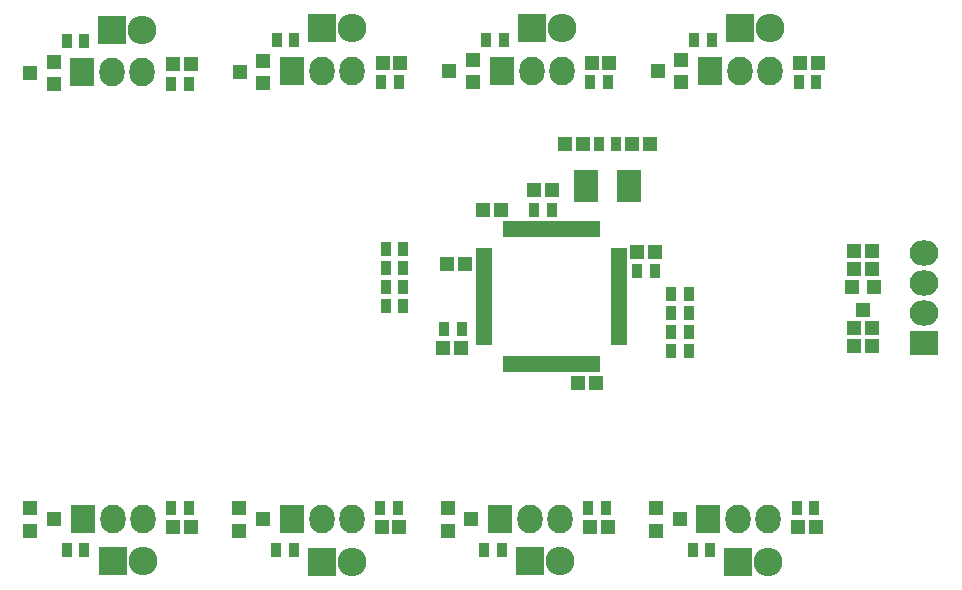
<source format=gbr>
G04 #@! TF.FileFunction,Soldermask,Top*
%FSLAX46Y46*%
G04 Gerber Fmt 4.6, Leading zero omitted, Abs format (unit mm)*
G04 Created by KiCad (PCBNEW 4.0.2-stable) date 2017年04月18日 星期二 05:20:49*
%MOMM*%
G01*
G04 APERTURE LIST*
%ADD10C,0.100000*%
%ADD11R,1.200000X1.150000*%
%ADD12R,2.432000X2.432000*%
%ADD13O,2.432000X2.432000*%
%ADD14R,2.432000X2.127200*%
%ADD15O,2.432000X2.127200*%
%ADD16R,2.127200X2.432000*%
%ADD17O,2.127200X2.432000*%
%ADD18R,1.200100X1.200100*%
%ADD19R,0.900000X1.300000*%
%ADD20R,0.650000X1.400000*%
%ADD21R,1.400000X0.650000*%
%ADD22R,2.100000X2.800000*%
G04 APERTURE END LIST*
D10*
D11*
X163125000Y-97925000D03*
X161625000Y-97925000D03*
X167275000Y-97925000D03*
X168775000Y-97925000D03*
X187600000Y-114975000D03*
X186100000Y-114975000D03*
X187600000Y-113475000D03*
X186100000Y-113475000D03*
X186050000Y-108475000D03*
X187550000Y-108475000D03*
X186050000Y-106975000D03*
X187550000Y-106975000D03*
X169200000Y-107075000D03*
X167700000Y-107075000D03*
X156175000Y-103525000D03*
X154675000Y-103525000D03*
X160475000Y-101825000D03*
X158975000Y-101825000D03*
X153125000Y-108075000D03*
X151625000Y-108075000D03*
X162675000Y-118150000D03*
X164175000Y-118150000D03*
X128400000Y-91125000D03*
X129900000Y-91125000D03*
X146151600Y-90995500D03*
X147651600Y-90995500D03*
X163850000Y-91000000D03*
X165350000Y-91000000D03*
X181525000Y-91000000D03*
X183025000Y-91000000D03*
X152750000Y-115150000D03*
X151250000Y-115150000D03*
X128400000Y-130325000D03*
X129900000Y-130325000D03*
X146075000Y-130350000D03*
X147575000Y-130350000D03*
X163725000Y-130325000D03*
X165225000Y-130325000D03*
X181350000Y-130350000D03*
X182850000Y-130350000D03*
D12*
X123260000Y-88225000D03*
D13*
X125800000Y-88225000D03*
D12*
X141058900Y-88112600D03*
D13*
X143598900Y-88112600D03*
D12*
X158775000Y-88100000D03*
D13*
X161315000Y-88100000D03*
D12*
X176425000Y-88100000D03*
D13*
X178965000Y-88100000D03*
D12*
X123285000Y-133225000D03*
D13*
X125825000Y-133225000D03*
D12*
X141010000Y-133250000D03*
D13*
X143550000Y-133250000D03*
D12*
X158660000Y-133225000D03*
D13*
X161200000Y-133225000D03*
D12*
X176260000Y-133250000D03*
D13*
X178800000Y-133250000D03*
D14*
X192025000Y-114765000D03*
D15*
X192025000Y-112225000D03*
X192025000Y-109685000D03*
X192025000Y-107145000D03*
D16*
X120720000Y-91825000D03*
D17*
X123260000Y-91825000D03*
X125800000Y-91825000D03*
D16*
X138506200Y-91694000D03*
D17*
X141046200Y-91694000D03*
X143586200Y-91694000D03*
D16*
X156225000Y-91675000D03*
D17*
X158765000Y-91675000D03*
X161305000Y-91675000D03*
D16*
X173875000Y-91675000D03*
D17*
X176415000Y-91675000D03*
X178955000Y-91675000D03*
D16*
X120745000Y-129650000D03*
D17*
X123285000Y-129650000D03*
X125825000Y-129650000D03*
D16*
X138450000Y-129675000D03*
D17*
X140990000Y-129675000D03*
X143530000Y-129675000D03*
D16*
X156100000Y-129650000D03*
D17*
X158640000Y-129650000D03*
X161180000Y-129650000D03*
D16*
X173725000Y-129675000D03*
D17*
X176265000Y-129675000D03*
X178805000Y-129675000D03*
D18*
X118292760Y-92832000D03*
X118292760Y-90932000D03*
X116293780Y-91882000D03*
X136039860Y-92732900D03*
X136039860Y-90832900D03*
X134040880Y-91782900D03*
X153775760Y-92650000D03*
X153775760Y-90750000D03*
X151776780Y-91700000D03*
X171450760Y-92650000D03*
X171450760Y-90750000D03*
X169451780Y-91700000D03*
X116299240Y-128725000D03*
X116299240Y-130625000D03*
X118298220Y-129675000D03*
X134024240Y-128725000D03*
X134024240Y-130625000D03*
X136023220Y-129675000D03*
X151674240Y-128725000D03*
X151674240Y-130625000D03*
X153673220Y-129675000D03*
X169299240Y-128725000D03*
X169299240Y-130625000D03*
X171298220Y-129675000D03*
D19*
X169200000Y-108675000D03*
X167700000Y-108675000D03*
X165950000Y-97925000D03*
X164450000Y-97925000D03*
X152875000Y-113575000D03*
X151375000Y-113575000D03*
X128243900Y-92775000D03*
X129743900Y-92775000D03*
X145998500Y-92633800D03*
X147498500Y-92633800D03*
X163700000Y-92625000D03*
X165200000Y-92625000D03*
X181375000Y-92625000D03*
X182875000Y-92625000D03*
X158975000Y-103450000D03*
X160475000Y-103450000D03*
X128250000Y-128700000D03*
X129750000Y-128700000D03*
X145925000Y-128725000D03*
X147425000Y-128725000D03*
X163575000Y-128700000D03*
X165075000Y-128700000D03*
X181200000Y-128725000D03*
X182700000Y-128725000D03*
X120900000Y-89176900D03*
X119400000Y-89176900D03*
X138684700Y-89065100D03*
X137184700Y-89065100D03*
X156400000Y-89050000D03*
X154900000Y-89050000D03*
X174050000Y-89050000D03*
X172550000Y-89050000D03*
X146400000Y-106775000D03*
X147900000Y-106775000D03*
X146400000Y-108375000D03*
X147900000Y-108375000D03*
X146400000Y-109975000D03*
X147900000Y-109975000D03*
X146400000Y-111575000D03*
X147900000Y-111575000D03*
X120900000Y-132275000D03*
X119400000Y-132275000D03*
X138625000Y-132300000D03*
X137125000Y-132300000D03*
X156275000Y-132275000D03*
X154775000Y-132275000D03*
X173900000Y-132300000D03*
X172400000Y-132300000D03*
X172100000Y-115425000D03*
X170600000Y-115425000D03*
X172100000Y-113825000D03*
X170600000Y-113825000D03*
X172100000Y-112225000D03*
X170600000Y-112225000D03*
X172100000Y-110625000D03*
X170600000Y-110625000D03*
D18*
X187775000Y-109974240D03*
X185875000Y-109974240D03*
X186825000Y-111973220D03*
D20*
X164175000Y-105125000D03*
X163675000Y-105125000D03*
X163175000Y-105125000D03*
X162675000Y-105125000D03*
X162175000Y-105125000D03*
X161675000Y-105125000D03*
X161175000Y-105125000D03*
X160675000Y-105125000D03*
X160175000Y-105125000D03*
X159675000Y-105125000D03*
X159175000Y-105125000D03*
X158675000Y-105125000D03*
X158175000Y-105125000D03*
X157675000Y-105125000D03*
X157175000Y-105125000D03*
X156675000Y-105125000D03*
D21*
X154725000Y-107075000D03*
X154725000Y-107575000D03*
X154725000Y-108075000D03*
X154725000Y-108575000D03*
X154725000Y-109075000D03*
X154725000Y-109575000D03*
X154725000Y-110075000D03*
X154725000Y-110575000D03*
X154725000Y-111075000D03*
X154725000Y-111575000D03*
X154725000Y-112075000D03*
X154725000Y-112575000D03*
X154725000Y-113075000D03*
X154725000Y-113575000D03*
X154725000Y-114075000D03*
X154725000Y-114575000D03*
D20*
X156675000Y-116525000D03*
X157175000Y-116525000D03*
X157675000Y-116525000D03*
X158175000Y-116525000D03*
X158675000Y-116525000D03*
X159175000Y-116525000D03*
X159675000Y-116525000D03*
X160175000Y-116525000D03*
X160675000Y-116525000D03*
X161175000Y-116525000D03*
X161675000Y-116525000D03*
X162175000Y-116525000D03*
X162675000Y-116525000D03*
X163175000Y-116525000D03*
X163675000Y-116525000D03*
X164175000Y-116525000D03*
D21*
X166125000Y-114575000D03*
X166125000Y-114075000D03*
X166125000Y-113575000D03*
X166125000Y-113075000D03*
X166125000Y-112575000D03*
X166125000Y-112075000D03*
X166125000Y-111575000D03*
X166125000Y-111075000D03*
X166125000Y-110575000D03*
X166125000Y-110075000D03*
X166125000Y-109575000D03*
X166125000Y-109075000D03*
X166125000Y-108575000D03*
X166125000Y-108075000D03*
X166125000Y-107575000D03*
X166125000Y-107075000D03*
D22*
X163350000Y-101450000D03*
X167050000Y-101450000D03*
M02*

</source>
